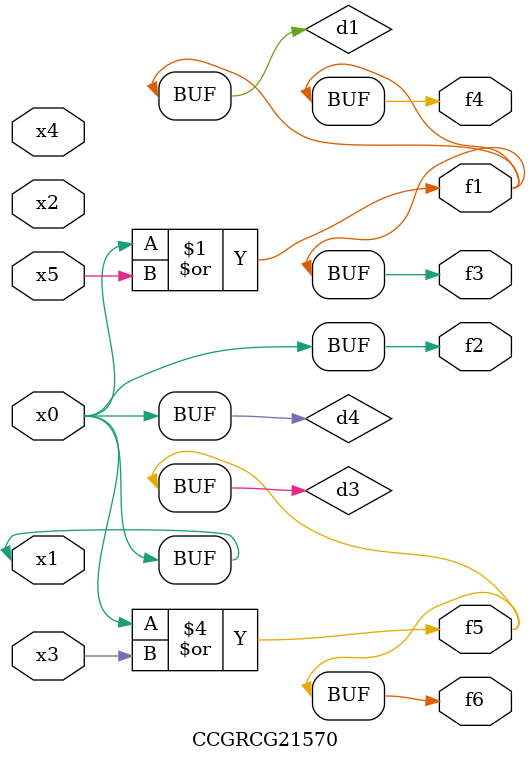
<source format=v>
module CCGRCG21570(
	input x0, x1, x2, x3, x4, x5,
	output f1, f2, f3, f4, f5, f6
);

	wire d1, d2, d3, d4;

	or (d1, x0, x5);
	xnor (d2, x1, x4);
	or (d3, x0, x3);
	buf (d4, x0, x1);
	assign f1 = d1;
	assign f2 = d4;
	assign f3 = d1;
	assign f4 = d1;
	assign f5 = d3;
	assign f6 = d3;
endmodule

</source>
